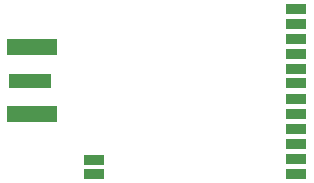
<source format=gbr>
G04 #@! TF.GenerationSoftware,KiCad,Pcbnew,(5.1.5)-3*
G04 #@! TF.CreationDate,2020-06-27T17:11:00-04:00*
G04 #@! TF.ProjectId,BreakoutSI4463PRORev2,42726561-6b6f-4757-9453-493434363350,rev?*
G04 #@! TF.SameCoordinates,Original*
G04 #@! TF.FileFunction,Paste,Top*
G04 #@! TF.FilePolarity,Positive*
%FSLAX46Y46*%
G04 Gerber Fmt 4.6, Leading zero omitted, Abs format (unit mm)*
G04 Created by KiCad (PCBNEW (5.1.5)-3) date 2020-06-27 17:11:00*
%MOMM*%
%LPD*%
G04 APERTURE LIST*
%ADD10R,1.676400X0.812800*%
%ADD11R,4.200000X1.350000*%
%ADD12R,3.600000X1.270000*%
G04 APERTURE END LIST*
D10*
X120985280Y-112092740D03*
X138127740Y-99314000D03*
X138127740Y-103124000D03*
X138127740Y-112014000D03*
X138127740Y-108204000D03*
X138127740Y-106934000D03*
X138127740Y-105585260D03*
X138127740Y-101854000D03*
X138127740Y-113284000D03*
X120985280Y-113284000D03*
X138127740Y-100584000D03*
X138127740Y-104394000D03*
X138127740Y-109474000D03*
X138127740Y-110744000D03*
D11*
X115770000Y-102585000D03*
X115770000Y-108235000D03*
D12*
X115570000Y-105410000D03*
M02*

</source>
